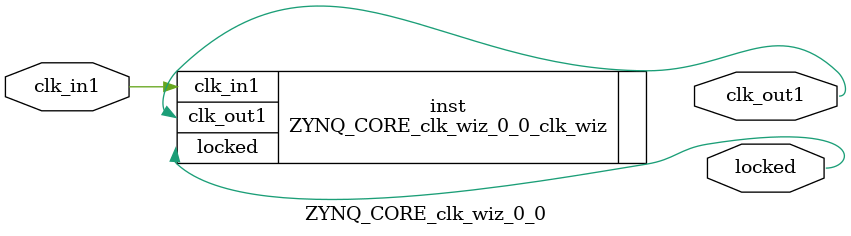
<source format=v>


`timescale 1ps/1ps

(* CORE_GENERATION_INFO = "ZYNQ_CORE_clk_wiz_0_0,clk_wiz_v6_0_2_0_0,{component_name=ZYNQ_CORE_clk_wiz_0_0,use_phase_alignment=true,use_min_o_jitter=false,use_max_i_jitter=false,use_dyn_phase_shift=false,use_inclk_switchover=false,use_dyn_reconfig=false,enable_axi=0,feedback_source=FDBK_AUTO,PRIMITIVE=MMCM,num_out_clk=1,clkin1_period=20.000,clkin2_period=10.0,use_power_down=false,use_reset=false,use_locked=true,use_inclk_stopped=false,feedback_type=SINGLE,CLOCK_MGR_TYPE=NA,manual_override=false}" *)

module ZYNQ_CORE_clk_wiz_0_0 
 (
  // Clock out ports
  output        clk_out1,
  // Status and control signals
  output        locked,
 // Clock in ports
  input         clk_in1
 );

  ZYNQ_CORE_clk_wiz_0_0_clk_wiz inst
  (
  // Clock out ports  
  .clk_out1(clk_out1),
  // Status and control signals               
  .locked(locked),
 // Clock in ports
  .clk_in1(clk_in1)
  );

endmodule

</source>
